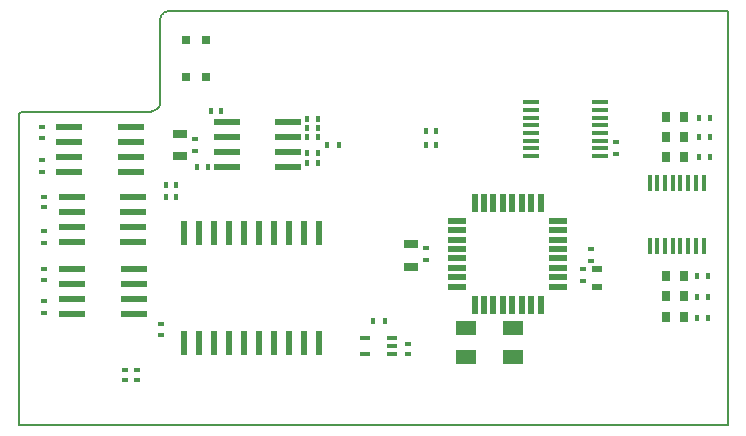
<source format=gtp>
G04*
G04 #@! TF.GenerationSoftware,Altium Limited,Altium Designer,18.0.12 (696)*
G04*
G04 Layer_Color=0*
%FSLAX44Y44*%
%MOMM*%
G71*
G01*
G75*
%ADD20C,0.1520*%
%ADD21R,0.4500X0.6000*%
%ADD22R,0.6000X0.4500*%
%ADD23R,0.4000X0.6000*%
%ADD24R,0.6000X0.4000*%
%ADD25R,0.6000X2.0000*%
%ADD26R,2.2000X0.6000*%
%ADD27R,0.3500X1.4000*%
%ADD28R,0.7000X0.9000*%
%ADD29R,1.8000X1.2000*%
%ADD30R,0.5500X1.5000*%
%ADD31R,1.5000X0.5500*%
%ADD32R,0.9000X0.5000*%
%ADD33R,1.3000X0.8000*%
%ADD34R,0.8500X0.4000*%
%ADD35R,1.4000X0.4500*%
%ADD36R,0.7500X0.7000*%
D20*
Y261586D01*
Y0D02*
X600202D01*
Y350012D01*
X129000D02*
X600202D01*
X126828Y350000D02*
X129000Y350012D01*
X126156Y350000D02*
X126828Y350000D01*
X124837Y349738D02*
X126156Y350000D01*
X123594Y349223D02*
X124837Y349738D01*
X122476Y348475D02*
X123594Y349223D01*
X122000Y348000D02*
X122476Y348475D01*
X121524Y347524D02*
X122000Y348000D01*
X120777Y346406D02*
X121524Y347524D01*
X120262Y345163D02*
X120777Y346406D01*
X120000Y343844D02*
X120262Y345163D01*
X120000Y343172D02*
Y343844D01*
X120000Y274828D02*
X120000Y343172D01*
X120000Y274828D02*
X120053Y273918D01*
X119892Y272102D02*
X120053Y273918D01*
X119380Y270353D02*
X119892Y272102D01*
X118536Y268738D02*
X119380Y270353D01*
X118000Y268000D02*
X118536Y268738D01*
X117184Y267300D02*
X118000Y268000D01*
X115368Y266155D02*
X117184Y267300D01*
X113363Y265387D02*
X115368Y266155D01*
X111246Y265024D02*
X113363Y265387D01*
X110172Y265000D02*
X111246Y265024D01*
X3414Y265000D02*
X110172D01*
X3078Y265000D02*
X3414Y265000D01*
X2418Y264869D02*
X3078Y265000D01*
X1797Y264611D02*
X2418Y264869D01*
X1238Y264238D02*
X1797Y264611D01*
X1000Y264000D02*
X1238Y264238D01*
X762Y263762D02*
X1000Y264000D01*
X389Y263203D02*
X762Y263762D01*
X131Y262582D02*
X389Y263203D01*
X0Y261922D02*
X131Y262582D01*
X0Y261586D02*
Y261922D01*
D21*
X261000Y237000D02*
D03*
X271000D02*
D03*
X309800Y87884D02*
D03*
X299800D02*
D03*
D22*
X505460Y229000D02*
D03*
Y239000D02*
D03*
X21104Y104426D02*
D03*
Y94426D02*
D03*
Y163882D02*
D03*
Y153882D02*
D03*
X19396Y224080D02*
D03*
Y214080D02*
D03*
X484632Y148764D02*
D03*
Y138764D02*
D03*
X477520Y132000D02*
D03*
Y122000D02*
D03*
X149352Y231982D02*
D03*
Y241982D02*
D03*
X344678Y149643D02*
D03*
Y139643D02*
D03*
D23*
X344688Y248666D02*
D03*
X353688D02*
D03*
X344688Y236474D02*
D03*
X353688D02*
D03*
X133500Y203000D02*
D03*
X124500D02*
D03*
X133500Y192786D02*
D03*
X124500D02*
D03*
X576322Y259842D02*
D03*
X585322D02*
D03*
X576322Y227025D02*
D03*
X585322D02*
D03*
X576322Y243434D02*
D03*
X585322D02*
D03*
X583500Y90424D02*
D03*
X574500D02*
D03*
X583500Y126238D02*
D03*
X574500D02*
D03*
X583500Y108204D02*
D03*
X574500D02*
D03*
X159996Y218190D02*
D03*
X150996D02*
D03*
X162632Y265430D02*
D03*
X171632D02*
D03*
X244166Y258826D02*
D03*
X253166D02*
D03*
Y251206D02*
D03*
X244166D02*
D03*
X253166Y243586D02*
D03*
X244166D02*
D03*
X253166Y230378D02*
D03*
X244166D02*
D03*
Y221996D02*
D03*
X253166D02*
D03*
D24*
X100000Y37500D02*
D03*
Y46500D02*
D03*
X90218Y37500D02*
D03*
Y46500D02*
D03*
X329692Y59508D02*
D03*
Y68508D02*
D03*
X120396Y85367D02*
D03*
Y76367D02*
D03*
X21481Y122500D02*
D03*
Y131500D02*
D03*
X21299Y183968D02*
D03*
Y192968D02*
D03*
X19595Y242774D02*
D03*
Y251774D02*
D03*
D25*
X139850Y68902D02*
D03*
X152550D02*
D03*
X165250D02*
D03*
X177950D02*
D03*
X190650D02*
D03*
X203350D02*
D03*
X216050D02*
D03*
X228750D02*
D03*
X241450D02*
D03*
X254150D02*
D03*
Y161902D02*
D03*
X241450D02*
D03*
X228750D02*
D03*
X216050D02*
D03*
X203350D02*
D03*
X190650D02*
D03*
X177950D02*
D03*
X165250D02*
D03*
X152550D02*
D03*
X139850D02*
D03*
D26*
X228180Y218190D02*
D03*
Y230890D02*
D03*
Y256290D02*
D03*
X176180Y218190D02*
D03*
Y230890D02*
D03*
Y256290D02*
D03*
X228180Y243590D02*
D03*
X176180D02*
D03*
X45356Y118954D02*
D03*
X97356D02*
D03*
X45356Y131654D02*
D03*
Y106254D02*
D03*
Y93554D02*
D03*
X97356Y131654D02*
D03*
Y106254D02*
D03*
Y93554D02*
D03*
X97212Y154686D02*
D03*
Y167386D02*
D03*
Y192786D02*
D03*
X45212Y154686D02*
D03*
Y167386D02*
D03*
Y192786D02*
D03*
X97212Y180086D02*
D03*
X45212D02*
D03*
X95000Y214000D02*
D03*
Y226700D02*
D03*
Y252100D02*
D03*
X43000Y214000D02*
D03*
Y226700D02*
D03*
Y252100D02*
D03*
X95000Y239400D02*
D03*
X43000D02*
D03*
D27*
X579824Y205000D02*
D03*
X573324D02*
D03*
X566824D02*
D03*
X560324D02*
D03*
X553824D02*
D03*
X547324D02*
D03*
X540824D02*
D03*
X534324D02*
D03*
X579824Y151000D02*
D03*
X573324D02*
D03*
X566824D02*
D03*
X560324D02*
D03*
X553824D02*
D03*
X547324D02*
D03*
X540824D02*
D03*
X534324D02*
D03*
D28*
X548250Y108966D02*
D03*
X563250D02*
D03*
X548250Y126238D02*
D03*
X563250D02*
D03*
X548250Y91186D02*
D03*
X563250D02*
D03*
X563252Y226522D02*
D03*
X548252D02*
D03*
X563252Y260528D02*
D03*
X548252D02*
D03*
X563252Y243525D02*
D03*
X548252D02*
D03*
D29*
X378780Y81580D02*
D03*
X418780D02*
D03*
Y57580D02*
D03*
X378780D02*
D03*
D30*
X386020Y187780D02*
D03*
X394020D02*
D03*
X402020D02*
D03*
X410020D02*
D03*
X418020D02*
D03*
X426020D02*
D03*
X434020D02*
D03*
X442020D02*
D03*
Y101780D02*
D03*
X434020D02*
D03*
X426020D02*
D03*
X418020D02*
D03*
X410020D02*
D03*
X402020D02*
D03*
X394020D02*
D03*
X386020D02*
D03*
D31*
X457020Y172780D02*
D03*
Y164780D02*
D03*
Y156780D02*
D03*
Y148780D02*
D03*
Y140780D02*
D03*
Y132780D02*
D03*
Y124780D02*
D03*
Y116780D02*
D03*
X371020D02*
D03*
Y124780D02*
D03*
Y132780D02*
D03*
Y140780D02*
D03*
Y148780D02*
D03*
Y156780D02*
D03*
Y164780D02*
D03*
Y172780D02*
D03*
D32*
X489557Y116960D02*
D03*
Y131960D02*
D03*
D33*
X136906Y227482D02*
D03*
Y246482D02*
D03*
X332000Y152756D02*
D03*
Y133756D02*
D03*
D34*
X315796Y60048D02*
D03*
Y66548D02*
D03*
Y73048D02*
D03*
X293296D02*
D03*
Y60048D02*
D03*
D35*
X433542Y272940D02*
D03*
Y266440D02*
D03*
Y259940D02*
D03*
Y253440D02*
D03*
Y246940D02*
D03*
Y240440D02*
D03*
Y233940D02*
D03*
Y227440D02*
D03*
X492542Y272940D02*
D03*
Y266440D02*
D03*
Y259940D02*
D03*
Y253440D02*
D03*
Y246940D02*
D03*
Y240440D02*
D03*
Y233940D02*
D03*
Y227440D02*
D03*
D36*
X158250Y326000D02*
D03*
Y294000D02*
D03*
X141750D02*
D03*
Y326000D02*
D03*
M02*

</source>
